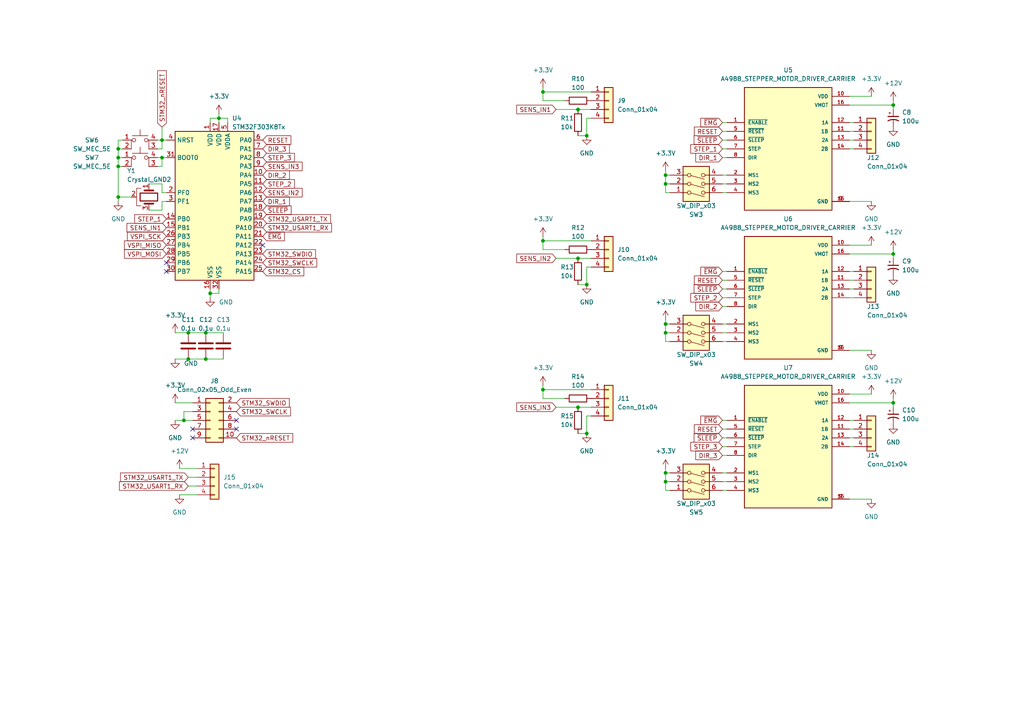
<source format=kicad_sch>
(kicad_sch (version 20211123) (generator eeschema)
  (paper "A4")
  (lib_symbols
    (symbol "A4988_STEPPER_MOTOR_DRIVER_CARRIER:A4988_STEPPER_MOTOR_DRIVER_CARRIER" (pin_names (offset 1.016))
      (property "Reference" "U" (at -12.7 19.05 0))
      (property "Value" "A4988_STEPPER_MOTOR_DRIVER_CARRIER" (at -12.7 -21.59 0))
      (symbol "A4988_STEPPER_MOTOR_DRIVER_CARRIER_0_0"
        (rectangle (start -12.7 -17.78) (end 12.7 17.78) (stroke (width 0.254)) (fill (type background)))
        (pin input line (at -17.78 7.62 0) (length 5.08) (name "~{ENABLE}") (number "1"))
        (pin power_in line (at 17.78 15.24 180) (length 5.08) (name "VDD") (number "10"))
        (pin output line (at 17.78 5.08 180) (length 5.08) (name "1B") (number "11"))
        (pin output line (at 17.78 7.62 180) (length 5.08) (name "1A") (number "12"))
        (pin output line (at 17.78 2.54 180) (length 5.08) (name "2A") (number "13"))
        (pin output line (at 17.78 0 180) (length 5.08) (name "2B") (number "14"))
        (pin power_in line (at 17.78 -15.24 180) (length 5.08) (name "GND") (number "15"))
        (pin power_in line (at 17.78 12.7 180) (length 5.08) (name "VMOT") (number "16"))
        (pin input line (at -17.78 -7.62 0) (length 5.08) (name "MS1") (number "2"))
        (pin input line (at -17.78 -10.16 0) (length 5.08) (name "MS2") (number "3"))
        (pin input line (at -17.78 -12.7 0) (length 5.08) (name "MS3") (number "4"))
        (pin input line (at -17.78 5.08 0) (length 5.08) (name "~{RESET}") (number "5"))
        (pin input line (at -17.78 2.54 0) (length 5.08) (name "~{SLEEP}") (number "6"))
        (pin input line (at -17.78 0 0) (length 5.08) (name "STEP") (number "7"))
        (pin input line (at -17.78 -2.54 0) (length 5.08) (name "DIR") (number "8"))
        (pin power_in line (at 17.78 -15.24 180) (length 5.08) (name "GND") (number "9"))
      )
    )
    (symbol "Connector_Generic:Conn_01x04" (pin_names (offset 1.016) hide)
      (property "Reference" "J" (at 0 5.08 0))
      (property "Value" "Conn_01x04" (at 0 -7.62 0))
      (symbol "Conn_01x04_1_1"
        (rectangle (start -1.27 -4.953) (end 0 -5.207) (stroke (width 0.1524)))
        (rectangle (start -1.27 -2.413) (end 0 -2.667) (stroke (width 0.1524)))
        (rectangle (start -1.27 0.127) (end 0 -0.127) (stroke (width 0.1524)))
        (rectangle (start -1.27 2.667) (end 0 2.413) (stroke (width 0.1524)))
        (rectangle (start -1.27 3.81) (end 1.27 -6.35) (stroke (width 0.254)) (fill (type background)))
        (pin passive line (at -5.08 2.54 0) (length 3.81) (name "Pin_1") (number "1"))
        (pin passive line (at -5.08 0 0) (length 3.81) (name "Pin_2") (number "2"))
        (pin passive line (at -5.08 -2.54 0) (length 3.81) (name "Pin_3") (number "3"))
        (pin passive line (at -5.08 -5.08 0) (length 3.81) (name "Pin_4") (number "4"))
      )
    )
    (symbol "Connector_Generic:Conn_02x05_Odd_Even" (pin_names (offset 1.016) hide)
      (property "Reference" "J" (at 1.27 7.62 0))
      (property "Value" "Conn_02x05_Odd_Even" (at 1.27 -7.62 0))
      (symbol "Conn_02x05_Odd_Even_1_1"
        (rectangle (start -1.27 -4.953) (end 0 -5.207) (stroke (width 0.1524)))
        (rectangle (start -1.27 -2.413) (end 0 -2.667) (stroke (width 0.1524)))
        (rectangle (start -1.27 0.127) (end 0 -0.127) (stroke (width 0.1524)))
        (rectangle (start -1.27 2.667) (end 0 2.413) (stroke (width 0.1524)))
        (rectangle (start -1.27 5.207) (end 0 4.953) (stroke (width 0.1524)))
        (rectangle (start -1.27 6.35) (end 3.81 -6.35) (stroke (width 0.254)) (fill (type background)))
        (rectangle (start 3.81 -4.953) (end 2.54 -5.207) (stroke (width 0.1524)))
        (rectangle (start 3.81 -2.413) (end 2.54 -2.667) (stroke (width 0.1524)))
        (rectangle (start 3.81 0.127) (end 2.54 -0.127) (stroke (width 0.1524)))
        (rectangle (start 3.81 2.667) (end 2.54 2.413) (stroke (width 0.1524)))
        (rectangle (start 3.81 5.207) (end 2.54 4.953) (stroke (width 0.1524)))
        (pin passive line (at -5.08 5.08 0) (length 3.81) (name "Pin_1") (number "1"))
        (pin passive line (at 7.62 -5.08 180) (length 3.81) (name "Pin_10") (number "10"))
        (pin passive line (at 7.62 5.08 180) (length 3.81) (name "Pin_2") (number "2"))
        (pin passive line (at -5.08 2.54 0) (length 3.81) (name "Pin_3") (number "3"))
        (pin passive line (at 7.62 2.54 180) (length 3.81) (name "Pin_4") (number "4"))
        (pin passive line (at -5.08 0 0) (length 3.81) (name "Pin_5") (number "5"))
        (pin passive line (at 7.62 0 180) (length 3.81) (name "Pin_6") (number "6"))
        (pin passive line (at -5.08 -2.54 0) (length 3.81) (name "Pin_7") (number "7"))
        (pin passive line (at 7.62 -2.54 180) (length 3.81) (name "Pin_8") (number "8"))
        (pin passive line (at -5.08 -5.08 0) (length 3.81) (name "Pin_9") (number "9"))
      )
    )
    (symbol "Device:C" (pin_numbers hide) (pin_names (offset 0.254))
      (property "Reference" "C" (at 0.635 2.54 0))
      (property "Value" "C" (at 0.635 -2.54 0))
      (symbol "C_0_1"
        (polyline (pts (xy -2.032 -0.762) (xy 2.032 -0.762)) (stroke (width 0.508)))
        (polyline (pts (xy -2.032 0.762) (xy 2.032 0.762)) (stroke (width 0.508)))
      )
      (symbol "C_1_1"
        (pin passive line (at 0 3.81 270) (length 2.794) (name "~") (number "1"))
        (pin passive line (at 0 -3.81 90) (length 2.794) (name "~") (number "2"))
      )
    )
    (symbol "Device:C_Polarized_Small_US" (pin_numbers hide) (pin_names (offset 0.254) hide)
      (property "Reference" "C" (at 0.254 1.778 0))
      (property "Value" "C_Polarized_Small_US" (at 0.254 -2.032 0))
      (symbol "C_Polarized_Small_US_0_1"
        (polyline (pts (xy -1.524 0.508) (xy 1.524 0.508)) (stroke (width 0.3048)))
        (polyline (pts (xy -1.27 1.524) (xy -0.762 1.524)))
        (polyline (pts (xy -1.016 1.27) (xy -1.016 1.778)))
        (arc (start 1.524 -0.762) (mid 0 -0.3734) (end -1.524 -0.762) (stroke (width 0.3048)))
      )
      (symbol "C_Polarized_Small_US_1_1"
        (pin passive line (at 0 2.54 270) (length 2.032) (name "~") (number "1"))
        (pin passive line (at 0 -2.54 90) (length 2.032) (name "~") (number "2"))
      )
    )
    (symbol "Device:Crystal_GND2" (pin_names (offset 1.016) hide)
      (property "Reference" "Y" (at 0 5.715 0))
      (property "Value" "Crystal_GND2" (at 0 3.81 0))
      (symbol "Crystal_GND2_0_1"
        (rectangle (start -1.143 2.54) (end 1.143 -2.54) (stroke (width 0.3048)))
        (polyline (pts (xy -2.54 0) (xy -1.905 0)))
        (polyline (pts (xy -1.905 -1.27) (xy -1.905 1.27)) (stroke (width 0.508)))
        (polyline (pts (xy 0 -3.81) (xy 0 -3.556)))
        (polyline (pts (xy 1.905 0) (xy 2.54 0)))
        (polyline (pts (xy 1.905 1.27) (xy 1.905 -1.27)) (stroke (width 0.508)))
        (polyline (pts (xy -2.54 -2.286) (xy -2.54 -3.556) (xy 2.54 -3.556) (xy 2.54 -2.286)))
      )
      (symbol "Crystal_GND2_1_1"
        (pin passive line (at -3.81 0 0) (length 1.27) (name "1") (number "1"))
        (pin passive line (at 0 -5.08 90) (length 1.27) (name "2") (number "2"))
        (pin passive line (at 3.81 0 180) (length 1.27) (name "3") (number "3"))
      )
    )
    (symbol "Device:R" (pin_numbers hide) (pin_names (offset 0))
      (property "Reference" "R" (at 2.032 0 90))
      (property "Value" "R" (at 0 0 90))
      (symbol "R_0_1"
        (rectangle (start -1.016 -2.54) (end 1.016 2.54) (stroke (width 0.254)))
      )
      (symbol "R_1_1"
        (pin passive line (at 0 3.81 270) (length 1.27) (name "~") (number "1"))
        (pin passive line (at 0 -3.81 90) (length 1.27) (name "~") (number "2"))
      )
    )
    (symbol "MCU_ST_STM32F3:STM32F303K8Tx"
      (property "Reference" "U" (at -12.7 21.59 0))
      (property "Value" "STM32F303K8Tx" (at 5.08 21.59 0))
      (symbol "STM32F303K8Tx_0_1"
        (rectangle (start -12.7 -22.86) (end 10.16 20.32) (stroke (width 0.254)) (fill (type background)))
      )
      (symbol "STM32F303K8Tx_1_1"
        (pin power_in line (at -2.54 22.86 270) (length 2.54) (name "VDD") (number "1"))
        (pin bidirectional line (at 12.7 7.62 180) (length 2.54) (name "PA4") (number "10"))
        (pin bidirectional line (at 12.7 5.08 180) (length 2.54) (name "PA5") (number "11"))
        (pin bidirectional line (at 12.7 2.54 180) (length 2.54) (name "PA6") (number "12"))
        (pin bidirectional line (at 12.7 0 180) (length 2.54) (name "PA7") (number "13"))
        (pin bidirectional line (at -15.24 -5.08 0) (length 2.54) (name "PB0") (number "14"))
        (pin bidirectional line (at -15.24 -7.62 0) (length 2.54) (name "PB1") (number "15"))
        (pin power_in line (at -2.54 -25.4 90) (length 2.54) (name "VSS") (number "16"))
        (pin power_in line (at 0 22.86 270) (length 2.54) (name "VDD") (number "17"))
        (pin bidirectional line (at 12.7 -2.54 180) (length 2.54) (name "PA8") (number "18"))
        (pin bidirectional line (at 12.7 -5.08 180) (length 2.54) (name "PA9") (number "19"))
        (pin input line (at -15.24 2.54 0) (length 2.54) (name "PF0") (number "2"))
        (pin bidirectional line (at 12.7 -7.62 180) (length 2.54) (name "PA10") (number "20"))
        (pin bidirectional line (at 12.7 -10.16 180) (length 2.54) (name "PA11") (number "21"))
        (pin bidirectional line (at 12.7 -12.7 180) (length 2.54) (name "PA12") (number "22"))
        (pin bidirectional line (at 12.7 -15.24 180) (length 2.54) (name "PA13") (number "23"))
        (pin bidirectional line (at 12.7 -17.78 180) (length 2.54) (name "PA14") (number "24"))
        (pin bidirectional line (at 12.7 -20.32 180) (length 2.54) (name "PA15") (number "25"))
        (pin bidirectional line (at -15.24 -10.16 0) (length 2.54) (name "PB3") (number "26"))
        (pin bidirectional line (at -15.24 -12.7 0) (length 2.54) (name "PB4") (number "27"))
        (pin bidirectional line (at -15.24 -15.24 0) (length 2.54) (name "PB5") (number "28"))
        (pin bidirectional line (at -15.24 -17.78 0) (length 2.54) (name "PB6") (number "29"))
        (pin input line (at -15.24 0 0) (length 2.54) (name "PF1") (number "3"))
        (pin bidirectional line (at -15.24 -20.32 0) (length 2.54) (name "PB7") (number "30"))
        (pin input line (at -15.24 12.7 0) (length 2.54) (name "BOOT0") (number "31"))
        (pin power_in line (at 0 -25.4 90) (length 2.54) (name "VSS") (number "32"))
        (pin input line (at -15.24 17.78 0) (length 2.54) (name "NRST") (number "4"))
        (pin power_in line (at 2.54 22.86 270) (length 2.54) (name "VDDA") (number "5"))
        (pin bidirectional line (at 12.7 17.78 180) (length 2.54) (name "PA0") (number "6"))
        (pin bidirectional line (at 12.7 15.24 180) (length 2.54) (name "PA1") (number "7"))
        (pin bidirectional line (at 12.7 12.7 180) (length 2.54) (name "PA2") (number "8"))
        (pin bidirectional line (at 12.7 10.16 180) (length 2.54) (name "PA3") (number "9"))
      )
    )
    (symbol "Switch:SW_DIP_x03" (pin_names (offset 0) hide)
      (property "Reference" "SW" (at 0 8.89 0))
      (property "Value" "SW_DIP_x03" (at 0 -3.81 0))
      (symbol "SW_DIP_x03_0_0"
        (circle (center -2.032 0) (radius 0.508))
        (circle (center -2.032 2.54) (radius 0.508))
        (circle (center -2.032 5.08) (radius 0.508))
        (polyline (pts (xy -1.524 0.127) (xy 2.3622 1.1684)))
        (polyline (pts (xy -1.524 2.667) (xy 2.3622 3.7084)))
        (polyline (pts (xy -1.524 5.207) (xy 2.3622 6.2484)))
        (circle (center 2.032 0) (radius 0.508))
        (circle (center 2.032 2.54) (radius 0.508))
        (circle (center 2.032 5.08) (radius 0.508))
      )
      (symbol "SW_DIP_x03_0_1"
        (rectangle (start -3.81 7.62) (end 3.81 -2.54) (stroke (width 0.254)) (fill (type background)))
      )
      (symbol "SW_DIP_x03_1_1"
        (pin passive line (at -7.62 5.08 0) (length 5.08) (name "~") (number "1"))
        (pin passive line (at -7.62 2.54 0) (length 5.08) (name "~") (number "2"))
        (pin passive line (at -7.62 0 0) (length 5.08) (name "~") (number "3"))
        (pin passive line (at 7.62 0 180) (length 5.08) (name "~") (number "4"))
        (pin passive line (at 7.62 2.54 180) (length 5.08) (name "~") (number "5"))
        (pin passive line (at 7.62 5.08 180) (length 5.08) (name "~") (number "6"))
      )
    )
    (symbol "Switch:SW_MEC_5E" (pin_names (offset 1.016) hide)
      (property "Reference" "SW" (at 0.635 5.715 0))
      (property "Value" "SW_MEC_5E" (at 0 -3.175 0))
      (symbol "SW_MEC_5E_0_1"
        (circle (center -1.778 2.54) (radius 0.508))
        (polyline (pts (xy -2.286 3.81) (xy 2.286 3.81)))
        (polyline (pts (xy 0 3.81) (xy 0 5.588)))
        (polyline (pts (xy -2.54 0) (xy -2.54 2.54) (xy -2.286 2.54)))
        (polyline (pts (xy 2.54 0) (xy 2.54 2.54) (xy 2.286 2.54)))
        (circle (center 1.778 2.54) (radius 0.508))
        (pin passive line (at -5.08 2.54 0) (length 2.54) (name "1") (number "1"))
        (pin passive line (at -5.08 0 0) (length 2.54) (name "2") (number "2"))
        (pin passive line (at 5.08 0 180) (length 2.54) (name "K") (number "3"))
        (pin passive line (at 5.08 2.54 180) (length 2.54) (name "A") (number "4"))
      )
    )
    (symbol "power:+12V" (power) (pin_names (offset 0))
      (property "Value" "+12V" (at 0 3.556 0))
      (symbol "+12V_0_1"
        (polyline (pts (xy -0.762 1.27) (xy 0 2.54)))
        (polyline (pts (xy 0 0) (xy 0 2.54)))
        (polyline (pts (xy 0 2.54) (xy 0.762 1.27)))
      )
      (symbol "+12V_1_1"
        (pin power_in line (at 0 0 90) (length 0) hide (name "+12V") (number "1"))
      )
    )
    (symbol "power:+3.3V" (power) (pin_names (offset 0))
      (property "Value" "+3.3V" (at 0 3.556 0))
      (symbol "+3.3V_0_1"
        (polyline (pts (xy -0.762 1.27) (xy 0 2.54)))
        (polyline (pts (xy 0 0) (xy 0 2.54)))
        (polyline (pts (xy 0 2.54) (xy 0.762 1.27)))
      )
      (symbol "+3.3V_1_1"
        (pin power_in line (at 0 0 90) (length 0) hide (name "+3.3V") (number "1"))
      )
    )
    (symbol "power:GND" (power) (pin_names (offset 0))
      (property "Value" "GND" (at 0 -3.81 0))
      (symbol "GND_0_1"
        (polyline (pts (xy 0 0) (xy 0 -1.27) (xy 1.27 -1.27) (xy 0 -2.54) (xy -1.27 -1.27) (xy 0 -1.27)))
      )
      (symbol "GND_1_1"
        (pin power_in line (at 0 0 270) (length 0) hide (name "GND") (number "1"))
      )
    )
  )
  (junction (at 59.69 104.14))
  (junction (at 46.99 45.72))
  (junction (at 170.18 125.73))
  (junction (at 167.64 118.11))
  (junction (at 259.08 30.48))
  (junction (at 34.29 57.15))
  (junction (at 157.48 69.85))
  (junction (at 193.04 53.34))
  (junction (at 34.29 48.26))
  (junction (at 259.08 116.84))
  (junction (at 157.48 113.03))
  (junction (at 259.08 73.66))
  (junction (at 193.04 137.16))
  (junction (at 46.99 40.64))
  (junction (at 34.29 43.18))
  (junction (at 193.04 93.98))
  (junction (at 34.29 45.72))
  (junction (at 63.5 34.29))
  (junction (at 167.64 31.75))
  (junction (at 193.04 139.7))
  (junction (at 60.96 85.09))
  (junction (at 54.61 104.14))
  (junction (at 157.48 26.67))
  (junction (at 170.18 39.37))
  (junction (at 193.04 96.52))
  (junction (at 59.69 96.52))
  (junction (at 53.34 121.92))
  (junction (at 54.61 96.52))
  (junction (at 170.18 82.55))
  (junction (at 193.04 50.8))
  (junction (at 167.64 74.93))
  (no_connect (at 55.88 127))
  (no_connect (at 55.88 124.46))
  (no_connect (at 68.58 121.92))
  (no_connect (at 68.58 124.46))
  (no_connect (at 76.2 71.12))
  (no_connect (at 48.26 76.2))
  (no_connect (at 48.26 78.74))
  (wire (pts (xy 246.38 30.48) (xy 259.08 30.48)))
  (wire (pts (xy 46.99 58.42) (xy 46.99 60.96)))
  (wire (pts (xy 246.38 116.84) (xy 259.08 116.84)))
  (wire (pts (xy 60.96 85.09) (xy 60.96 86.36)))
  (wire (pts (xy 50.8 116.84) (xy 55.88 116.84)))
  (wire (pts (xy 209.55 81.28) (xy 210.82 81.28)))
  (wire (pts (xy 209.55 124.46) (xy 210.82 124.46)))
  (wire (pts (xy 193.04 53.34) (xy 193.04 55.88)))
  (wire (pts (xy 171.45 120.65) (xy 170.18 120.65)))
  (wire (pts (xy 46.99 45.72) (xy 48.26 45.72)))
  (wire (pts (xy 46.99 53.34) (xy 46.99 55.88)))
  (wire (pts (xy 46.99 40.64) (xy 46.99 43.18)))
  (wire (pts (xy 54.61 140.97) (xy 57.15 140.97)))
  (wire (pts (xy 170.18 120.65) (xy 170.18 125.73)))
  (wire (pts (xy 259.08 73.66) (xy 259.08 74.93)))
  (wire (pts (xy 209.55 121.92) (xy 210.82 121.92)))
  (wire (pts (xy 163.83 29.21) (xy 157.48 29.21)))
  (wire (pts (xy 34.29 45.72) (xy 34.29 43.18)))
  (wire (pts (xy 50.8 104.14) (xy 54.61 104.14)))
  (wire (pts (xy 63.5 83.82) (xy 63.5 85.09)))
  (wire (pts (xy 209.55 93.98) (xy 210.82 93.98)))
  (wire (pts (xy 54.61 138.43) (xy 57.15 138.43)))
  (wire (pts (xy 193.04 99.06) (xy 194.31 99.06)))
  (wire (pts (xy 209.55 43.18) (xy 210.82 43.18)))
  (wire (pts (xy 163.83 72.39) (xy 157.48 72.39)))
  (wire (pts (xy 167.64 82.55) (xy 170.18 82.55)))
  (wire (pts (xy 52.07 135.89) (xy 57.15 135.89)))
  (wire (pts (xy 209.55 129.54) (xy 210.82 129.54)))
  (wire (pts (xy 193.04 93.98) (xy 193.04 96.52)))
  (wire (pts (xy 53.34 119.38) (xy 55.88 119.38)))
  (wire (pts (xy 246.38 38.1) (xy 247.65 38.1)))
  (wire (pts (xy 163.83 115.57) (xy 157.48 115.57)))
  (wire (pts (xy 171.45 113.03) (xy 157.48 113.03)))
  (wire (pts (xy 246.38 73.66) (xy 259.08 73.66)))
  (wire (pts (xy 193.04 93.98) (xy 194.31 93.98)))
  (wire (pts (xy 34.29 40.64) (xy 35.56 40.64)))
  (wire (pts (xy 246.38 86.36) (xy 247.65 86.36)))
  (wire (pts (xy 209.55 78.74) (xy 210.82 78.74)))
  (wire (pts (xy 46.99 48.26) (xy 45.72 48.26)))
  (wire (pts (xy 66.04 34.29) (xy 63.5 34.29)))
  (wire (pts (xy 193.04 96.52) (xy 194.31 96.52)))
  (wire (pts (xy 167.64 31.75) (xy 171.45 31.75)))
  (wire (pts (xy 45.72 45.72) (xy 46.99 45.72)))
  (wire (pts (xy 209.55 88.9) (xy 210.82 88.9)))
  (wire (pts (xy 48.26 58.42) (xy 46.99 58.42)))
  (wire (pts (xy 193.04 142.24) (xy 194.31 142.24)))
  (wire (pts (xy 193.04 53.34) (xy 194.31 53.34)))
  (wire (pts (xy 170.18 34.29) (xy 170.18 39.37)))
  (wire (pts (xy 59.69 104.14) (xy 64.77 104.14)))
  (wire (pts (xy 171.45 69.85) (xy 157.48 69.85)))
  (wire (pts (xy 259.08 115.57) (xy 259.08 116.84)))
  (wire (pts (xy 34.29 57.15) (xy 38.1 57.15)))
  (wire (pts (xy 209.55 50.8) (xy 210.82 50.8)))
  (wire (pts (xy 161.29 31.75) (xy 167.64 31.75)))
  (wire (pts (xy 157.48 69.85) (xy 157.48 68.58)))
  (wire (pts (xy 193.04 135.89) (xy 193.04 137.16)))
  (wire (pts (xy 193.04 49.53) (xy 193.04 50.8)))
  (wire (pts (xy 246.38 124.46) (xy 247.65 124.46)))
  (wire (pts (xy 45.72 40.64) (xy 46.99 40.64)))
  (wire (pts (xy 171.45 34.29) (xy 170.18 34.29)))
  (wire (pts (xy 246.38 71.12) (xy 252.73 71.12)))
  (wire (pts (xy 209.55 96.52) (xy 210.82 96.52)))
  (wire (pts (xy 167.64 39.37) (xy 170.18 39.37)))
  (wire (pts (xy 209.55 45.72) (xy 210.82 45.72)))
  (wire (pts (xy 209.55 55.88) (xy 210.82 55.88)))
  (wire (pts (xy 246.38 35.56) (xy 247.65 35.56)))
  (wire (pts (xy 167.64 74.93) (xy 171.45 74.93)))
  (wire (pts (xy 209.55 127) (xy 210.82 127)))
  (wire (pts (xy 193.04 96.52) (xy 193.04 99.06)))
  (wire (pts (xy 170.18 77.47) (xy 170.18 82.55)))
  (wire (pts (xy 209.55 86.36) (xy 210.82 86.36)))
  (wire (pts (xy 34.29 48.26) (xy 34.29 57.15)))
  (wire (pts (xy 246.38 114.3) (xy 252.73 114.3)))
  (wire (pts (xy 209.55 53.34) (xy 210.82 53.34)))
  (wire (pts (xy 46.99 45.72) (xy 46.99 48.26)))
  (wire (pts (xy 193.04 50.8) (xy 194.31 50.8)))
  (wire (pts (xy 54.61 96.52) (xy 59.69 96.52)))
  (wire (pts (xy 246.38 78.74) (xy 247.65 78.74)))
  (wire (pts (xy 50.8 96.52) (xy 54.61 96.52)))
  (wire (pts (xy 43.18 60.96) (xy 46.99 60.96)))
  (wire (pts (xy 54.61 104.14) (xy 59.69 104.14)))
  (wire (pts (xy 161.29 74.93) (xy 167.64 74.93)))
  (wire (pts (xy 246.38 144.78) (xy 252.73 144.78)))
  (wire (pts (xy 46.99 40.64) (xy 48.26 40.64)))
  (wire (pts (xy 63.5 85.09) (xy 60.96 85.09)))
  (wire (pts (xy 246.38 81.28) (xy 247.65 81.28)))
  (wire (pts (xy 59.69 96.52) (xy 64.77 96.52)))
  (wire (pts (xy 209.55 38.1) (xy 210.82 38.1)))
  (wire (pts (xy 171.45 26.67) (xy 157.48 26.67)))
  (wire (pts (xy 246.38 27.94) (xy 252.73 27.94)))
  (wire (pts (xy 193.04 139.7) (xy 194.31 139.7)))
  (wire (pts (xy 167.64 125.73) (xy 170.18 125.73)))
  (wire (pts (xy 193.04 139.7) (xy 193.04 142.24)))
  (wire (pts (xy 193.04 137.16) (xy 193.04 139.7)))
  (wire (pts (xy 53.34 121.92) (xy 53.34 119.38)))
  (wire (pts (xy 209.55 83.82) (xy 210.82 83.82)))
  (wire (pts (xy 209.55 40.64) (xy 210.82 40.64)))
  (wire (pts (xy 193.04 55.88) (xy 194.31 55.88)))
  (wire (pts (xy 46.99 55.88) (xy 48.26 55.88)))
  (wire (pts (xy 246.38 129.54) (xy 247.65 129.54)))
  (wire (pts (xy 259.08 116.84) (xy 259.08 118.11)))
  (wire (pts (xy 259.08 72.39) (xy 259.08 73.66)))
  (wire (pts (xy 35.56 45.72) (xy 34.29 45.72)))
  (wire (pts (xy 34.29 45.72) (xy 34.29 48.26)))
  (wire (pts (xy 246.38 127) (xy 247.65 127)))
  (wire (pts (xy 43.18 53.34) (xy 46.99 53.34)))
  (wire (pts (xy 63.5 34.29) (xy 63.5 35.56)))
  (wire (pts (xy 34.29 43.18) (xy 35.56 43.18)))
  (wire (pts (xy 209.55 139.7) (xy 210.82 139.7)))
  (wire (pts (xy 53.34 121.92) (xy 55.88 121.92)))
  (wire (pts (xy 193.04 50.8) (xy 193.04 53.34)))
  (wire (pts (xy 246.38 121.92) (xy 247.65 121.92)))
  (wire (pts (xy 46.99 36.83) (xy 46.99 40.64)))
  (wire (pts (xy 157.48 29.21) (xy 157.48 26.67)))
  (wire (pts (xy 34.29 57.15) (xy 34.29 58.42)))
  (wire (pts (xy 157.48 113.03) (xy 157.48 111.76)))
  (wire (pts (xy 157.48 72.39) (xy 157.48 69.85)))
  (wire (pts (xy 246.38 58.42) (xy 252.73 58.42)))
  (wire (pts (xy 157.48 26.67) (xy 157.48 25.4)))
  (wire (pts (xy 246.38 43.18) (xy 247.65 43.18)))
  (wire (pts (xy 34.29 48.26) (xy 35.56 48.26)))
  (wire (pts (xy 50.8 121.92) (xy 53.34 121.92)))
  (wire (pts (xy 246.38 83.82) (xy 247.65 83.82)))
  (wire (pts (xy 193.04 92.71) (xy 193.04 93.98)))
  (wire (pts (xy 46.99 43.18) (xy 45.72 43.18)))
  (wire (pts (xy 60.96 83.82) (xy 60.96 85.09)))
  (wire (pts (xy 209.55 142.24) (xy 210.82 142.24)))
  (wire (pts (xy 259.08 29.21) (xy 259.08 30.48)))
  (wire (pts (xy 193.04 137.16) (xy 194.31 137.16)))
  (wire (pts (xy 171.45 77.47) (xy 170.18 77.47)))
  (wire (pts (xy 161.29 118.11) (xy 167.64 118.11)))
  (wire (pts (xy 167.64 118.11) (xy 171.45 118.11)))
  (wire (pts (xy 209.55 35.56) (xy 210.82 35.56)))
  (wire (pts (xy 246.38 101.6) (xy 252.73 101.6)))
  (wire (pts (xy 66.04 35.56) (xy 66.04 34.29)))
  (wire (pts (xy 60.96 34.29) (xy 63.5 34.29)))
  (wire (pts (xy 209.55 132.08) (xy 210.82 132.08)))
  (wire (pts (xy 246.38 40.64) (xy 247.65 40.64)))
  (wire (pts (xy 259.08 30.48) (xy 259.08 31.75)))
  (wire (pts (xy 34.29 43.18) (xy 34.29 40.64)))
  (wire (pts (xy 157.48 115.57) (xy 157.48 113.03)))
  (wire (pts (xy 209.55 137.16) (xy 210.82 137.16)))
  (wire (pts (xy 60.96 35.56) (xy 60.96 34.29)))
  (wire (pts (xy 209.55 99.06) (xy 210.82 99.06)))
  (wire (pts (xy 63.5 33.02) (xy 63.5 34.29)))
  (wire (pts (xy 52.07 143.51) (xy 57.15 143.51)))
  (global_label "STM32_SWDIO" (shape input) (at 68.58 116.84 0) (property "Intersheet References" "${INTERSHEET_REFS}" (effects hide)))
  (global_label "SENS_IN2" (shape input) (at 76.2 55.88 0) (property "Intersheet References" "${INTERSHEET_REFS}" (effects hide)))
  (global_label "STEP_1" (shape input) (at 209.55 43.18 180) (property "Intersheet References" "${INTERSHEET_REFS}" (effects hide)))
  (global_label "VSPI_SCK" (shape input) (at 48.26 68.58 180) (property "Intersheet References" "${INTERSHEET_REFS}" (effects hide)))
  (global_label "VSPI_MISO" (shape input) (at 48.26 71.12 180) (property "Intersheet References" "${INTERSHEET_REFS}" (effects hide)))
  (global_label "STM32_CS" (shape input) (at 76.2 78.74 0) (property "Intersheet References" "${INTERSHEET_REFS}" (effects hide)))
  (global_label "STEP_2" (shape input) (at 76.2 53.34 0) (property "Intersheet References" "${INTERSHEET_REFS}" (effects hide)))
  (global_label "STM32_USART1_TX" (shape input) (at 54.61 138.43 180) (property "Intersheet References" "${INTERSHEET_REFS}" (effects hide)))
  (global_label "~{SLEEP}" (shape input) (at 209.55 127 180) (property "Intersheet References" "${INTERSHEET_REFS}" (effects hide)))
  (global_label "RESET" (shape input) (at 209.55 124.46 180) (property "Intersheet References" "${INTERSHEET_REFS}" (effects hide)))
  (global_label "~{SLEEP}" (shape input) (at 76.2 60.96 0) (property "Intersheet References" "${INTERSHEET_REFS}" (effects hide)))
  (global_label "SENS_IN2" (shape input) (at 161.29 74.93 180) (property "Intersheet References" "${INTERSHEET_REFS}" (effects hide)))
  (global_label "SENS_IN3" (shape input) (at 76.2 48.26 0) (property "Intersheet References" "${INTERSHEET_REFS}" (effects hide)))
  (global_label "RESET" (shape input) (at 209.55 81.28 180) (property "Intersheet References" "${INTERSHEET_REFS}" (effects hide)))
  (global_label "~{EMG}" (shape input) (at 209.55 78.74 180) (property "Intersheet References" "${INTERSHEET_REFS}" (effects hide)))
  (global_label "DIR_2" (shape input) (at 76.2 50.8 0) (property "Intersheet References" "${INTERSHEET_REFS}" (effects hide)))
  (global_label "~{SLEEP}" (shape input) (at 209.55 83.82 180) (property "Intersheet References" "${INTERSHEET_REFS}" (effects hide)))
  (global_label "RESET" (shape input) (at 76.2 40.64 0) (property "Intersheet References" "${INTERSHEET_REFS}" (effects hide)))
  (global_label "~{EMG}" (shape input) (at 209.55 121.92 180) (property "Intersheet References" "${INTERSHEET_REFS}" (effects hide)))
  (global_label "STM32_nRESET" (shape input) (at 46.99 36.83 90) (property "Intersheet References" "${INTERSHEET_REFS}" (effects hide)))
  (global_label "DIR_3" (shape input) (at 209.55 132.08 180) (property "Intersheet References" "${INTERSHEET_REFS}" (effects hide)))
  (global_label "DIR_1" (shape input) (at 209.55 45.72 180) (property "Intersheet References" "${INTERSHEET_REFS}" (effects hide)))
  (global_label "STM32_USART1_TX" (shape input) (at 76.2 63.5 0) (property "Intersheet References" "${INTERSHEET_REFS}" (effects hide)))
  (global_label "SENS_IN1" (shape input) (at 161.29 31.75 180) (property "Intersheet References" "${INTERSHEET_REFS}" (effects hide)))
  (global_label "~{EMG}" (shape input) (at 209.55 35.56 180) (property "Intersheet References" "${INTERSHEET_REFS}" (effects hide)))
  (global_label "DIR_1" (shape input) (at 76.2 58.42 0) (property "Intersheet References" "${INTERSHEET_REFS}" (effects hide)))
  (global_label "STM32_SWCLK" (shape input) (at 68.58 119.38 0) (property "Intersheet References" "${INTERSHEET_REFS}" (effects hide)))
  (global_label "STM32_USART1_RX" (shape input) (at 54.61 140.97 180) (property "Intersheet References" "${INTERSHEET_REFS}" (effects hide)))
  (global_label "STM32_nRESET" (shape input) (at 68.58 127 0) (property "Intersheet References" "${INTERSHEET_REFS}" (effects hide)))
  (global_label "DIR_2" (shape input) (at 209.55 88.9 180) (property "Intersheet References" "${INTERSHEET_REFS}" (effects hide)))
  (global_label "STM32_SWCLK" (shape input) (at 76.2 76.2 0) (property "Intersheet References" "${INTERSHEET_REFS}" (effects hide)))
  (global_label "RESET" (shape input) (at 209.55 38.1 180) (property "Intersheet References" "${INTERSHEET_REFS}" (effects hide)))
  (global_label "SENS_IN3" (shape input) (at 161.29 118.11 180) (property "Intersheet References" "${INTERSHEET_REFS}" (effects hide)))
  (global_label "SENS_IN1" (shape input) (at 48.26 66.04 180) (property "Intersheet References" "${INTERSHEET_REFS}" (effects hide)))
  (global_label "STEP_3" (shape input) (at 76.2 45.72 0) (property "Intersheet References" "${INTERSHEET_REFS}" (effects hide)))
  (global_label "~{SLEEP}" (shape input) (at 209.55 40.64 180) (property "Intersheet References" "${INTERSHEET_REFS}" (effects hide)))
  (global_label "STEP_3" (shape input) (at 209.55 129.54 180) (property "Intersheet References" "${INTERSHEET_REFS}" (effects hide)))
  (global_label "STM32_USART1_RX" (shape input) (at 76.2 66.04 0) (property "Intersheet References" "${INTERSHEET_REFS}" (effects hide)))
  (global_label "STM32_SWDIO" (shape input) (at 76.2 73.66 0) (property "Intersheet References" "${INTERSHEET_REFS}" (effects hide)))
  (global_label "STEP_1" (shape input) (at 48.26 63.5 180) (property "Intersheet References" "${INTERSHEET_REFS}" (effects hide)))
  (global_label "STEP_2" (shape input) (at 209.55 86.36 180) (property "Intersheet References" "${INTERSHEET_REFS}" (effects hide)))
  (global_label "~{EMG}" (shape input) (at 76.2 68.58 0) (property "Intersheet References" "${INTERSHEET_REFS}" (effects hide)))
  (global_label "VSPI_MOSI" (shape input) (at 48.26 73.66 180) (property "Intersheet References" "${INTERSHEET_REFS}" (effects hide)))
  (global_label "DIR_3" (shape input) (at 76.2 43.18 0) (property "Intersheet References" "${INTERSHEET_REFS}" (effects hide)))
  (symbol (lib_id "power:+3.3V") (at 157.48 25.4 0) (unit 1)
    (property "Reference" "#PWR0151" (effects hide))
    (property "Value" "+3.3V" (at 157.48 20.32 0))
  )
  (symbol (lib_id "MCU_ST_STM32F3:STM32F303K8Tx") (at 63.5 58.42 0) (unit 1)
    (property "Reference" "U4" (at 67.31 34.29 0) (effects (justify left)))
    (property "Value" "STM32F303K8Tx" (at 67.31 36.83 0) (effects (justify left)))
    (property "Footprint" "Package_QFP:LQFP-32_7x7mm_P0.8mm" (effects hide))
    (property "Datasheet" "http://www.st.com/st-web-ui/static/active/en/resource/technical/document/datasheet/DM00092070.pdf" (effects hide))
  )
  (symbol (lib_id "power:GND") (at 34.29 58.42 0) (unit 1)
    (property "Reference" "#PWR0138" (effects hide))
    (property "Value" "GND" (at 34.29 63.5 0))
  )
  (symbol (lib_id "Device:R") (at 167.64 78.74 180) (unit 1)
    (property "Reference" "R13" (at 162.56 77.47 0) (effects (justify right)))
    (property "Value" "10k" (at 162.56 80.01 0) (effects (justify right)))
    (property "Footprint" "Resistor_SMD:R_0603_1608Metric_Pad0.98x0.95mm_HandSolder" (effects hide))
  )
  (symbol (lib_id "A4988_STEPPER_MOTOR_DRIVER_CARRIER:A4988_STEPPER_MOTOR_DRIVER_CARRIER") (at 228.6 86.36 0) (unit 1)
    (property "Reference" "U6" (at 228.6 63.5 0))
    (property "Value" "A4988_STEPPER_MOTOR_DRIVER_CARRIER" (at 228.6 66.04 0))
    (property "Footprint" "MODULE_A4988_STEPPER_MOTOR_DRIVER_CARRIER" (effects hide))
    (property "AVAILABILITY" "Unavailable" (effects hide))
    (property "MP" "A4988 STEPPER MOTOR DRIVER CARRIER" (effects hide))
    (property "PRICE" "None" (effects hide))
    (property "DESCRIPTION" "Stepper motor controler; IC: A4988; 1A; Uin mot: 8÷35V" (effects hide))
    (property "PACKAGE" "None" (effects hide))
    (property "MF" "Pololu" (effects hide))
  )
  (symbol (lib_id "power:+3.3V") (at 252.73 27.94 0) (unit 1)
    (property "Reference" "#PWR0120" (effects hide))
    (property "Value" "+3.3V" (at 252.73 22.86 0))
  )
  (symbol (lib_id "power:GND") (at 170.18 39.37 0) (unit 1)
    (property "Reference" "#PWR0148" (effects hide))
    (property "Value" "GND" (at 170.18 44.45 0))
  )
  (symbol (lib_id "power:+3.3V") (at 157.48 68.58 0) (unit 1)
    (property "Reference" "#PWR0149" (effects hide))
    (property "Value" "+3.3V" (at 157.48 63.5 0))
  )
  (symbol (lib_id "power:+12V") (at 259.08 115.57 0) (unit 1)
    (property "Reference" "#PWR0123" (effects hide))
    (property "Value" "+12V" (at 259.08 110.49 0))
  )
  (symbol (lib_id "Device:C_Polarized_Small_US") (at 259.08 77.47 0) (unit 1)
    (property "Reference" "C9" (at 261.62 75.7681 0) (effects (justify left)))
    (property "Value" "100u" (at 261.62 78.3081 0) (effects (justify left)))
    (property "Footprint" "Capacitor_SMD:CP_Elec_6.3x5.7" (effects hide))
    (property "Datasheet" "https://akizukidenshi.com/catalog/g/gP-17372/" (effects hide))
  )
  (symbol (lib_id "Device:Crystal_GND2") (at 43.18 57.15 270) (unit 1)
    (property "Reference" "Y1" (at 36.83 49.53 90) (effects (justify left)))
    (property "Value" "Crystal_GND2" (at 36.83 52.07 90) (effects (justify left)))
    (property "Footprint" "Crystal:Resonator_SMD_Murata_CSTxExxV-3Pin_3.0x1.1mm_HandSoldering" (effects hide))
  )
  (symbol (lib_id "power:+3.3V") (at 50.8 96.52 0) (unit 1)
    (property "Reference" "#PWR0154" (effects hide))
    (property "Value" "+3.3V" (at 50.8 91.44 0))
  )
  (symbol (lib_id "power:GND") (at 52.07 143.51 0) (unit 1)
    (property "Reference" "#PWR0141" (effects hide))
    (property "Value" "GND" (at 52.07 148.59 0))
  )
  (symbol (lib_id "Device:C") (at 64.77 100.33 180) (unit 1)
    (property "Reference" "C13" (at 64.77 92.71 0))
    (property "Value" "0.1u" (at 64.77 95.25 0))
    (property "Footprint" "Capacitor_SMD:C_0603_1608Metric_Pad1.08x0.95mm_HandSolder" (effects hide))
  )
  (symbol (lib_id "power:GND") (at 252.73 144.78 0) (unit 1)
    (property "Reference" "#PWR0122" (effects hide))
    (property "Value" "GND" (at 252.73 149.86 0))
  )
  (symbol (lib_id "Switch:SW_DIP_x03") (at 201.93 137.16 0) (mirror x) (unit 1)
    (property "Reference" "SW5" (at 201.93 148.59 0))
    (property "Value" "SW_DIP_x03" (at 201.93 146.05 0))
    (property "Footprint" "Button_Switch_THT:SW_DIP_SPSTx03_Slide_6.7x9.18mm_W7.62mm_P2.54mm_LowProfile" (effects hide))
    (property "Datasheet" "https://akizukidenshi.com/catalog/g/gP-09992/" (effects hide))
  )
  (symbol (lib_id "Connector_Generic:Conn_01x04") (at 252.73 38.1 0) (unit 1)
    (property "Reference" "J12" (at 251.46 45.72 0) (effects (justify left)))
    (property "Value" "Conn_01x04" (at 251.46 48.26 0) (effects (justify left)))
    (property "Footprint" "Connector_JST:JST_VH_B4P-VH_1x04_P3.96mm_Vertical" (effects hide))
  )
  (symbol (lib_id "power:GND") (at 259.08 123.19 0) (unit 1)
    (property "Reference" "#PWR0121" (effects hide))
    (property "Value" "GND" (at 259.08 128.27 0))
  )
  (symbol (lib_id "Connector_Generic:Conn_01x04") (at 176.53 115.57 0) (unit 1)
    (property "Reference" "J11" (at 179.07 115.5699 0) (effects (justify left)))
    (property "Value" "Conn_01x04" (at 179.07 118.1099 0) (effects (justify left)))
    (property "Footprint" "Connector_JST:JST_XH_B4B-XH-A_1x04_P2.50mm_Vertical" (effects hide))
  )
  (symbol (lib_id "Device:C_Polarized_Small_US") (at 259.08 120.65 0) (unit 1)
    (property "Reference" "C10" (at 261.62 118.9481 0) (effects (justify left)))
    (property "Value" "100u" (at 261.62 121.4881 0) (effects (justify left)))
    (property "Footprint" "Capacitor_SMD:CP_Elec_6.3x5.7" (effects hide))
    (property "Datasheet" "https://akizukidenshi.com/catalog/g/gP-17372/" (effects hide))
  )
  (symbol (lib_id "power:GND") (at 60.96 86.36 0) (unit 1)
    (property "Reference" "#PWR0137" (effects hide))
    (property "Value" "GND" (at 63.5 87.6299 0) (effects (justify left)))
  )
  (symbol (lib_id "power:+3.3V") (at 63.5 33.02 0) (unit 1)
    (property "Reference" "#PWR0139" (effects hide))
    (property "Value" "+3.3V" (at 63.5 27.94 0))
  )
  (symbol (lib_id "Switch:SW_DIP_x03") (at 201.93 50.8 0) (mirror x) (unit 1)
    (property "Reference" "SW3" (at 201.93 62.23 0))
    (property "Value" "SW_DIP_x03" (at 201.93 59.69 0))
    (property "Footprint" "Button_Switch_THT:SW_DIP_SPSTx03_Slide_6.7x9.18mm_W7.62mm_P2.54mm_LowProfile" (effects hide))
    (property "Datasheet" "https://akizukidenshi.com/catalog/g/gP-09992/" (effects hide))
  )
  (symbol (lib_id "Device:R") (at 167.64 115.57 90) (unit 1)
    (property "Reference" "R14" (at 167.64 109.22 90))
    (property "Value" "100" (at 167.64 111.76 90))
    (property "Footprint" "Resistor_SMD:R_0603_1608Metric_Pad0.98x0.95mm_HandSolder" (effects hide))
  )
  (symbol (lib_id "Device:R") (at 167.64 121.92 180) (unit 1)
    (property "Reference" "R15" (at 162.56 120.65 0) (effects (justify right)))
    (property "Value" "10k" (at 162.56 123.19 0) (effects (justify right)))
    (property "Footprint" "Resistor_SMD:R_0603_1608Metric_Pad0.98x0.95mm_HandSolder" (effects hide))
  )
  (symbol (lib_id "Connector_Generic:Conn_01x04") (at 252.73 81.28 0) (unit 1)
    (property "Reference" "J13" (at 251.46 88.9 0) (effects (justify left)))
    (property "Value" "Conn_01x04" (at 251.46 91.44 0) (effects (justify left)))
    (property "Footprint" "Connector_JST:JST_VH_B4P-VH_1x04_P3.96mm_Vertical" (effects hide))
  )
  (symbol (lib_id "power:GND") (at 252.73 101.6 0) (unit 1)
    (property "Reference" "#PWR0117" (effects hide))
    (property "Value" "GND" (at 252.73 106.68 0))
  )
  (symbol (lib_id "Device:R") (at 167.64 72.39 90) (unit 1)
    (property "Reference" "R12" (at 167.64 66.04 90))
    (property "Value" "100" (at 167.64 68.58 90))
    (property "Footprint" "Resistor_SMD:R_0603_1608Metric_Pad0.98x0.95mm_HandSolder" (effects hide))
  )
  (symbol (lib_id "Device:C_Polarized_Small_US") (at 259.08 34.29 0) (unit 1)
    (property "Reference" "C8" (at 261.62 32.5881 0) (effects (justify left)))
    (property "Value" "100u" (at 261.62 35.1281 0) (effects (justify left)))
    (property "Footprint" "Capacitor_SMD:CP_Elec_6.3x5.7" (effects hide))
    (property "Datasheet" "https://akizukidenshi.com/catalog/g/gP-17372/" (effects hide))
  )
  (symbol (lib_id "power:GND") (at 259.08 36.83 0) (unit 1)
    (property "Reference" "#PWR0119" (effects hide))
    (property "Value" "GND" (at 259.08 41.91 0))
  )
  (symbol (lib_id "Switch:SW_MEC_5E") (at 40.64 43.18 0) (unit 1)
    (property "Reference" "SW6" (at 26.67 40.64 0))
    (property "Value" "SW_MEC_5E" (at 26.67 43.18 0))
    (property "Footprint" "Samacsys:SKRPABE010" (effects hide))
    (property "Datasheet" "http://www.apem.com/int/index.php?controller=attachment&id_attachment=1371" (effects hide))
  )
  (symbol (lib_id "power:+12V") (at 259.08 29.21 0) (unit 1)
    (property "Reference" "#PWR0118" (effects hide))
    (property "Value" "+12V" (at 259.08 24.13 0))
  )
  (symbol (lib_id "power:GND") (at 50.8 104.14 0) (unit 1)
    (property "Reference" "#PWR0155" (effects hide))
    (property "Value" "GND" (at 53.34 105.4099 0) (effects (justify left)))
  )
  (symbol (lib_id "power:+3.3V") (at 193.04 49.53 0) (unit 1)
    (property "Reference" "#PWR0110" (effects hide))
    (property "Value" "+3.3V" (at 193.04 44.45 0))
  )
  (symbol (lib_id "power:+3.3V") (at 193.04 135.89 0) (unit 1)
    (property "Reference" "#PWR0112" (effects hide))
    (property "Value" "+3.3V" (at 193.04 130.81 0))
  )
  (symbol (lib_id "power:GND") (at 50.8 121.92 0) (unit 1)
    (property "Reference" "#PWR0136" (effects hide))
    (property "Value" "GND" (at 50.8 127 0))
  )
  (symbol (lib_id "Connector_Generic:Conn_01x04") (at 62.23 138.43 0) (unit 1)
    (property "Reference" "J15" (at 64.77 138.4299 0) (effects (justify left)))
    (property "Value" "Conn_01x04" (at 64.77 140.9699 0) (effects (justify left)))
    (property "Footprint" "Connector_JST:JST_PH_B4B-PH-K_1x04_P2.00mm_Vertical" (effects hide))
  )
  (symbol (lib_id "Connector_Generic:Conn_01x04") (at 176.53 29.21 0) (unit 1)
    (property "Reference" "J9" (at 179.07 29.2099 0) (effects (justify left)))
    (property "Value" "Conn_01x04" (at 179.07 31.7499 0) (effects (justify left)))
    (property "Footprint" "Connector_JST:JST_XH_B4B-XH-A_1x04_P2.50mm_Vertical" (effects hide))
  )
  (symbol (lib_id "power:+3.3V") (at 157.48 111.76 0) (unit 1)
    (property "Reference" "#PWR0133" (effects hide))
    (property "Value" "+3.3V" (at 157.48 106.68 0))
  )
  (symbol (lib_id "power:GND") (at 170.18 125.73 0) (unit 1)
    (property "Reference" "#PWR0134" (effects hide))
    (property "Value" "GND" (at 170.18 130.81 0))
  )
  (symbol (lib_id "power:+12V") (at 259.08 72.39 0) (unit 1)
    (property "Reference" "#PWR0113" (effects hide))
    (property "Value" "+12V" (at 259.08 67.31 0))
  )
  (symbol (lib_id "A4988_STEPPER_MOTOR_DRIVER_CARRIER:A4988_STEPPER_MOTOR_DRIVER_CARRIER") (at 228.6 129.54 0) (unit 1)
    (property "Reference" "U7" (at 228.6 106.68 0))
    (property "Value" "A4988_STEPPER_MOTOR_DRIVER_CARRIER" (at 228.6 109.22 0))
    (property "Footprint" "MODULE_A4988_STEPPER_MOTOR_DRIVER_CARRIER" (effects hide))
    (property "AVAILABILITY" "Unavailable" (effects hide))
    (property "MP" "A4988 STEPPER MOTOR DRIVER CARRIER" (effects hide))
    (property "PRICE" "None" (effects hide))
    (property "DESCRIPTION" "Stepper motor controler; IC: A4988; 1A; Uin mot: 8÷35V" (effects hide))
    (property "PACKAGE" "None" (effects hide))
    (property "MF" "Pololu" (effects hide))
  )
  (symbol (lib_id "power:+3.3V") (at 50.8 116.84 0) (unit 1)
    (property "Reference" "#PWR0135" (effects hide))
    (property "Value" "+3.3V" (at 50.8 111.76 0))
  )
  (symbol (lib_id "Switch:SW_MEC_5E") (at 40.64 48.26 0) (unit 1)
    (property "Reference" "SW7" (at 26.67 45.72 0))
    (property "Value" "SW_MEC_5E" (at 26.67 48.26 0))
    (property "Footprint" "Samacsys:SKRPABE010" (effects hide))
    (property "Datasheet" "http://www.apem.com/int/index.php?controller=attachment&id_attachment=1371" (effects hide))
  )
  (symbol (lib_id "Device:C") (at 54.61 100.33 180) (unit 1)
    (property "Reference" "C11" (at 54.61 92.71 0))
    (property "Value" "0.1u" (at 54.61 95.25 0))
    (property "Footprint" "Capacitor_SMD:C_0603_1608Metric_Pad1.08x0.95mm_HandSolder" (effects hide))
  )
  (symbol (lib_id "power:+3.3V") (at 252.73 114.3 0) (unit 1)
    (property "Reference" "#PWR0124" (effects hide))
    (property "Value" "+3.3V" (at 252.73 109.22 0))
  )
  (symbol (lib_id "power:+12V") (at 52.07 135.89 0) (unit 1)
    (property "Reference" "#PWR0140" (effects hide))
    (property "Value" "+12V" (at 52.07 130.81 0))
  )
  (symbol (lib_id "Device:R") (at 167.64 35.56 180) (unit 1)
    (property "Reference" "R11" (at 162.56 34.29 0) (effects (justify right)))
    (property "Value" "10k" (at 162.56 36.83 0) (effects (justify right)))
    (property "Footprint" "Resistor_SMD:R_0603_1608Metric_Pad0.98x0.95mm_HandSolder" (effects hide))
  )
  (symbol (lib_id "A4988_STEPPER_MOTOR_DRIVER_CARRIER:A4988_STEPPER_MOTOR_DRIVER_CARRIER") (at 228.6 43.18 0) (unit 1)
    (property "Reference" "U5" (at 228.6 20.32 0))
    (property "Value" "A4988_STEPPER_MOTOR_DRIVER_CARRIER" (at 228.6 22.86 0))
    (property "Footprint" "MODULE_A4988_STEPPER_MOTOR_DRIVER_CARRIER" (effects hide))
    (property "AVAILABILITY" "Unavailable" (effects hide))
    (property "MP" "A4988 STEPPER MOTOR DRIVER CARRIER" (effects hide))
    (property "PRICE" "None" (effects hide))
    (property "DESCRIPTION" "Stepper motor controler; IC: A4988; 1A; Uin mot: 8÷35V" (effects hide))
    (property "PACKAGE" "None" (effects hide))
    (property "MF" "Pololu" (effects hide))
  )
  (symbol (lib_id "Connector_Generic:Conn_01x04") (at 176.53 72.39 0) (unit 1)
    (property "Reference" "J10" (at 179.07 72.3899 0) (effects (justify left)))
    (property "Value" "Conn_01x04" (at 179.07 74.9299 0) (effects (justify left)))
    (property "Footprint" "Connector_JST:JST_XH_B4B-XH-A_1x04_P2.50mm_Vertical" (effects hide))
  )
  (symbol (lib_id "power:GND") (at 259.08 80.01 0) (unit 1)
    (property "Reference" "#PWR0116" (effects hide))
    (property "Value" "GND" (at 259.08 85.09 0))
  )
  (symbol (lib_id "Device:R") (at 167.64 29.21 90) (unit 1)
    (property "Reference" "R10" (at 167.64 22.86 90))
    (property "Value" "100" (at 167.64 25.4 90))
    (property "Footprint" "Resistor_SMD:R_0603_1608Metric_Pad0.98x0.95mm_HandSolder" (effects hide))
  )
  (symbol (lib_id "power:+3.3V") (at 193.04 92.71 0) (unit 1)
    (property "Reference" "#PWR0111" (effects hide))
    (property "Value" "+3.3V" (at 193.04 87.63 0))
  )
  (symbol (lib_id "Connector_Generic:Conn_01x04") (at 252.73 124.46 0) (unit 1)
    (property "Reference" "J14" (at 251.46 132.08 0) (effects (justify left)))
    (property "Value" "Conn_01x04" (at 251.46 134.62 0) (effects (justify left)))
    (property "Footprint" "Connector_JST:JST_VH_B4P-VH_1x04_P3.96mm_Vertical" (effects hide))
  )
  (symbol (lib_id "Connector_Generic:Conn_02x05_Odd_Even") (at 60.96 121.92 0) (unit 1)
    (property "Reference" "J8" (at 62.23 110.49 0))
    (property "Value" "Conn_02x05_Odd_Even" (at 62.23 113.03 0))
    (property "Footprint" "Connector_PinHeader_1.27mm:PinHeader_2x05_P1.27mm_Vertical" (effects hide))
  )
  (symbol (lib_id "Switch:SW_DIP_x03") (at 201.93 93.98 0) (mirror x) (unit 1)
    (property "Reference" "SW4" (at 201.93 105.41 0))
    (property "Value" "SW_DIP_x03" (at 201.93 102.87 0))
    (property "Footprint" "Button_Switch_THT:SW_DIP_SPSTx03_Slide_6.7x9.18mm_W7.62mm_P2.54mm_LowProfile" (effects hide))
    (property "Datasheet" "https://akizukidenshi.com/catalog/g/gP-09992/" (effects hide))
  )
  (symbol (lib_id "power:+3.3V") (at 252.73 71.12 0) (unit 1)
    (property "Reference" "#PWR0114" (effects hide))
    (property "Value" "+3.3V" (at 252.73 66.04 0))
  )
  (symbol (lib_id "Device:C") (at 59.69 100.33 180) (unit 1)
    (property "Reference" "C12" (at 59.69 92.71 0))
    (property "Value" "0.1u" (at 59.69 95.25 0))
    (property "Footprint" "Capacitor_SMD:C_0603_1608Metric_Pad1.08x0.95mm_HandSolder" (effects hide))
  )
  (symbol (lib_id "power:GND") (at 252.73 58.42 0) (unit 1)
    (property "Reference" "#PWR0115" (effects hide))
    (property "Value" "GND" (at 252.73 63.5 0))
  )
  (symbol (lib_id "power:GND") (at 170.18 82.55 0) (unit 1)
    (property "Reference" "#PWR0150" (effects hide))
    (property "Value" "GND" (at 170.18 87.63 0))
  )
)
</source>
